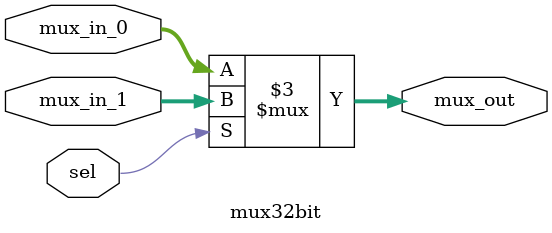
<source format=v>
module mux32bit (
    input [31:0] mux_in_0,
    input [31:0] mux_in_1,
    input sel,

    output reg [31:0] mux_out
);
  always @(*) begin
    if (sel) mux_out = mux_in_1;
    else mux_out = mux_in_0;
  end
endmodule

</source>
